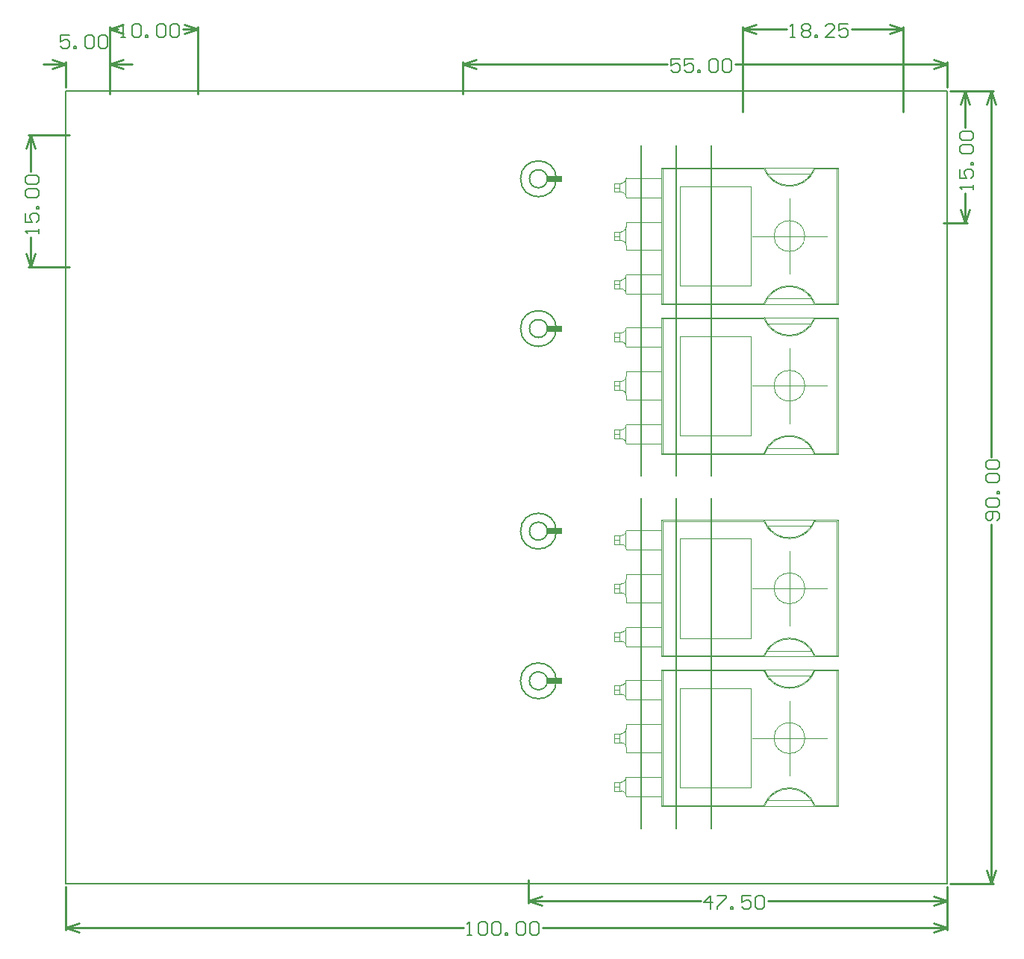
<source format=gm1>
G04 Layer_Color=16711935*
%FSLAX25Y25*%
%MOIN*%
G70*
G01*
G75*
%ADD17C,0.00787*%
%ADD35C,0.01000*%
%ADD37C,0.00600*%
%ADD58C,0.00010*%
%ADD59R,0.07126X0.03000*%
D17*
X256890Y-152559D02*
Y-4921D01*
X288386Y-152559D02*
Y-4921D01*
X272638Y-152559D02*
Y-4921D01*
Y4921D02*
Y152559D01*
X288386Y4921D02*
Y152559D01*
X256890Y4921D02*
Y152559D01*
X0Y177165D02*
X393701D01*
Y-177165D02*
Y177165D01*
X0Y-177165D02*
Y177165D01*
Y-177165D02*
X393701D01*
D35*
X395094Y177165D02*
X414386D01*
X395094Y-177165D02*
X414386D01*
X413386Y13496D02*
Y177165D01*
Y-177165D02*
Y-16696D01*
X411386Y171165D02*
X413386Y177165D01*
X415386Y171165D01*
X413386Y-177165D02*
X415386Y-171165D01*
X411386D02*
X413386Y-177165D01*
X0Y-197850D02*
Y-178559D01*
X393701Y-197850D02*
Y-178559D01*
X0Y-196850D02*
X177656D01*
X212845D02*
X393701D01*
X0D02*
X6000Y-198850D01*
X0Y-196850D02*
X6000Y-194850D01*
X387701D02*
X393701Y-196850D01*
X387701Y-198850D02*
X393701Y-196850D01*
X19685Y175613D02*
Y189976D01*
X0Y178559D02*
Y189976D01*
X-10000Y188976D02*
X0D01*
X19685D02*
X29685D01*
X-6000Y190976D02*
X0Y188976D01*
X-6000Y186976D02*
X0Y188976D01*
X19685D02*
X25685Y186976D01*
X19685Y188976D02*
X25685Y190976D01*
X374016Y167739D02*
Y205724D01*
X302165Y167739D02*
Y205724D01*
X351086Y204724D02*
X374016D01*
X302165D02*
X321895D01*
X368016Y206724D02*
X374016Y204724D01*
X368016Y202724D02*
X374016Y204724D01*
X302165D02*
X308165Y202724D01*
X302165Y204724D02*
X308165Y206724D01*
X177165Y175613D02*
Y189976D01*
X393701Y178559D02*
Y189976D01*
X177165Y188976D02*
X268737D01*
X298929D02*
X393701D01*
X177165D02*
X183165Y186976D01*
X177165Y188976D02*
X183165Y190976D01*
X387701D02*
X393701Y188976D01*
X387701Y186976D02*
X393701Y188976D01*
X59055Y175613D02*
Y205724D01*
X19685Y175613D02*
Y205724D01*
X52366Y204724D02*
X59055D01*
X19685D02*
X23174D01*
X53055Y206724D02*
X59055Y204724D01*
X53055Y202724D02*
X59055Y204724D01*
X19685D02*
X25685Y202724D01*
X19685Y204724D02*
X25685Y206724D01*
X-16748Y157480D02*
X1553D01*
X-16748Y98425D02*
X1553D01*
X-15748Y140949D02*
Y157480D01*
Y98425D02*
Y111757D01*
X-17748Y151480D02*
X-15748Y157480D01*
X-13748Y151480D01*
X-15748Y98425D02*
X-13748Y104425D01*
X-17748D02*
X-15748Y98425D01*
X393701Y-186039D02*
Y-178559D01*
X206693Y-186039D02*
Y-175613D01*
X313692Y-185039D02*
X393701D01*
X206693D02*
X283501D01*
X387701Y-183039D02*
X393701Y-185039D01*
X387701Y-187039D02*
X393701Y-185039D01*
X206693D02*
X212693Y-187039D01*
X206693Y-185039D02*
X212693Y-183039D01*
X395094Y177165D02*
X402575D01*
X392148Y118110D02*
X402575D01*
X401575Y160634D02*
Y177165D01*
Y118110D02*
Y131442D01*
X399575Y171165D02*
X401575Y177165D01*
X403575Y171165D01*
X401575Y118110D02*
X403575Y124110D01*
X399575D02*
X401575Y118110D01*
D37*
X215122Y-19685D02*
G03*
X215122Y-19685I-4000J0D01*
G01*
X219122D02*
G03*
X219122Y-19685I-8000J0D01*
G01*
Y-86614D02*
G03*
X219122Y-86614I-8000J0D01*
G01*
X215122D02*
G03*
X215122Y-86614I-4000J0D01*
G01*
Y137795D02*
G03*
X215122Y137795I-4000J0D01*
G01*
X219122D02*
G03*
X219122Y137795I-8000J0D01*
G01*
X219122Y70866D02*
G03*
X219122Y70866I-8000J0D01*
G01*
X215122D02*
G03*
X215122Y70866I-4000J0D01*
G01*
X415985Y-15096D02*
X416985Y-14096D01*
Y-12097D01*
X415985Y-11097D01*
X411986D01*
X410987Y-12097D01*
Y-14096D01*
X411986Y-15096D01*
X412986D01*
X413986Y-14096D01*
Y-11097D01*
X411986Y-9098D02*
X410987Y-8098D01*
Y-6099D01*
X411986Y-5099D01*
X415985D01*
X416985Y-6099D01*
Y-8098D01*
X415985Y-9098D01*
X411986D01*
X416985Y-3100D02*
X415985D01*
Y-2100D01*
X416985D01*
Y-3100D01*
X411986Y1899D02*
X410987Y2898D01*
Y4898D01*
X411986Y5898D01*
X415985D01*
X416985Y4898D01*
Y2898D01*
X415985Y1899D01*
X411986D01*
Y7897D02*
X410987Y8897D01*
Y10896D01*
X411986Y11896D01*
X415985D01*
X416985Y10896D01*
Y8897D01*
X415985Y7897D01*
X411986D01*
X179256Y-200449D02*
X181255D01*
X180255D01*
Y-194451D01*
X179256Y-195451D01*
X184254D02*
X185254Y-194451D01*
X187253D01*
X188253Y-195451D01*
Y-199450D01*
X187253Y-200449D01*
X185254D01*
X184254Y-199450D01*
Y-195451D01*
X190252D02*
X191252Y-194451D01*
X193251D01*
X194251Y-195451D01*
Y-199450D01*
X193251Y-200449D01*
X191252D01*
X190252Y-199450D01*
Y-195451D01*
X196250Y-200449D02*
Y-199450D01*
X197250D01*
Y-200449D01*
X196250D01*
X201249Y-195451D02*
X202248Y-194451D01*
X204247D01*
X205247Y-195451D01*
Y-199450D01*
X204247Y-200449D01*
X202248D01*
X201249Y-199450D01*
Y-195451D01*
X207246D02*
X208246Y-194451D01*
X210245D01*
X211245Y-195451D01*
Y-199450D01*
X210245Y-200449D01*
X208246D01*
X207246Y-199450D01*
Y-195451D01*
X1745Y202172D02*
X-2254D01*
Y199173D01*
X-255Y200173D01*
X745D01*
X1745Y199173D01*
Y197174D01*
X745Y196174D01*
X-1254D01*
X-2254Y197174D01*
X3744Y196174D02*
Y197174D01*
X4744D01*
Y196174D01*
X3744D01*
X8742Y201173D02*
X9742Y202172D01*
X11741D01*
X12741Y201173D01*
Y197174D01*
X11741Y196174D01*
X9742D01*
X8742Y197174D01*
Y201173D01*
X14740D02*
X15740Y202172D01*
X17739D01*
X18739Y201173D01*
Y197174D01*
X17739Y196174D01*
X15740D01*
X14740Y197174D01*
Y201173D01*
X323495Y201125D02*
X325494D01*
X324494D01*
Y207123D01*
X323495Y206124D01*
X328493D02*
X329493Y207123D01*
X331492D01*
X332492Y206124D01*
Y205124D01*
X331492Y204124D01*
X332492Y203125D01*
Y202125D01*
X331492Y201125D01*
X329493D01*
X328493Y202125D01*
Y203125D01*
X329493Y204124D01*
X328493Y205124D01*
Y206124D01*
X329493Y204124D02*
X331492D01*
X334491Y201125D02*
Y202125D01*
X335491D01*
Y201125D01*
X334491D01*
X343488D02*
X339490D01*
X343488Y205124D01*
Y206124D01*
X342489Y207123D01*
X340489D01*
X339490Y206124D01*
X349486Y207123D02*
X345488D01*
Y204124D01*
X347487Y205124D01*
X348487D01*
X349486Y204124D01*
Y202125D01*
X348487Y201125D01*
X346487D01*
X345488Y202125D01*
X274336Y191375D02*
X270337D01*
Y188376D01*
X272337Y189376D01*
X273337D01*
X274336Y188376D01*
Y186377D01*
X273337Y185377D01*
X271337D01*
X270337Y186377D01*
X280334Y191375D02*
X276336D01*
Y188376D01*
X278335Y189376D01*
X279334D01*
X280334Y188376D01*
Y186377D01*
X279334Y185377D01*
X277335D01*
X276336Y186377D01*
X282334Y185377D02*
Y186377D01*
X283333D01*
Y185377D01*
X282334D01*
X287332Y190376D02*
X288332Y191375D01*
X290331D01*
X291331Y190376D01*
Y186377D01*
X290331Y185377D01*
X288332D01*
X287332Y186377D01*
Y190376D01*
X293330D02*
X294330Y191375D01*
X296329D01*
X297329Y190376D01*
Y186377D01*
X296329Y185377D01*
X294330D01*
X293330Y186377D01*
Y190376D01*
X24774Y201125D02*
X26774D01*
X25774D01*
Y207123D01*
X24774Y206124D01*
X29773D02*
X30772Y207123D01*
X32772D01*
X33771Y206124D01*
Y202125D01*
X32772Y201125D01*
X30772D01*
X29773Y202125D01*
Y206124D01*
X35771Y201125D02*
Y202125D01*
X36770D01*
Y201125D01*
X35771D01*
X40769Y206124D02*
X41769Y207123D01*
X43768D01*
X44768Y206124D01*
Y202125D01*
X43768Y201125D01*
X41769D01*
X40769Y202125D01*
Y206124D01*
X46767D02*
X47767Y207123D01*
X49766D01*
X50766Y206124D01*
Y202125D01*
X49766Y201125D01*
X47767D01*
X46767Y202125D01*
Y206124D01*
X-12149Y113357D02*
Y115356D01*
Y114357D01*
X-18147D01*
X-17147Y113357D01*
X-18147Y122354D02*
Y118355D01*
X-15148D01*
X-16148Y120355D01*
Y121354D01*
X-15148Y122354D01*
X-13149D01*
X-12149Y121354D01*
Y119355D01*
X-13149Y118355D01*
X-12149Y124353D02*
X-13149D01*
Y125353D01*
X-12149D01*
Y124353D01*
X-17147Y129352D02*
X-18147Y130351D01*
Y132351D01*
X-17147Y133351D01*
X-13149D01*
X-12149Y132351D01*
Y130351D01*
X-13149Y129352D01*
X-17147D01*
Y135350D02*
X-18147Y136349D01*
Y138349D01*
X-17147Y139349D01*
X-13149D01*
X-12149Y138349D01*
Y136349D01*
X-13149Y135350D01*
X-17147D01*
X288100Y-188638D02*
Y-182640D01*
X285101Y-185639D01*
X289100D01*
X291099Y-182640D02*
X295098D01*
Y-183640D01*
X291099Y-187639D01*
Y-188638D01*
X297097D02*
Y-187639D01*
X298097D01*
Y-188638D01*
X297097D01*
X306094Y-182640D02*
X302096D01*
Y-185639D01*
X304095Y-184640D01*
X305095D01*
X306094Y-185639D01*
Y-187639D01*
X305095Y-188638D01*
X303095D01*
X302096Y-187639D01*
X308094Y-183640D02*
X309093Y-182640D01*
X311093D01*
X312092Y-183640D01*
Y-187639D01*
X311093Y-188638D01*
X309093D01*
X308094Y-187639D01*
Y-183640D01*
X405174Y133042D02*
Y135041D01*
Y134042D01*
X399176D01*
X400176Y133042D01*
X399176Y142039D02*
Y138040D01*
X402175D01*
X401175Y140040D01*
Y141039D01*
X402175Y142039D01*
X404174D01*
X405174Y141039D01*
Y139040D01*
X404174Y138040D01*
X405174Y144038D02*
X404174D01*
Y145038D01*
X405174D01*
Y144038D01*
X400176Y149037D02*
X399176Y150037D01*
Y152036D01*
X400176Y153035D01*
X404174D01*
X405174Y152036D01*
Y150037D01*
X404174Y149037D01*
X400176D01*
Y155035D02*
X399176Y156035D01*
Y158034D01*
X400176Y159034D01*
X404174D01*
X405174Y158034D01*
Y156035D01*
X404174Y155035D01*
X400176D01*
D58*
X330118Y45276D02*
G03*
X330118Y45276I-6890J0D01*
G01*
X312093Y75787D02*
G03*
X313416Y73150I11135J3937D01*
G01*
D02*
G03*
X333041Y73150I9812J6574D01*
G01*
D02*
G03*
X334364Y75787I-9812J6574D01*
G01*
Y14764D02*
G03*
X333041Y17401I-11135J-3937D01*
G01*
D02*
G03*
X313416Y17401I-9812J-6574D01*
G01*
D02*
G03*
X312093Y14764I9812J-6574D01*
G01*
X250394Y19291D02*
G03*
X250000Y20597I-2362J0D01*
G01*
Y26647D02*
G03*
X250394Y27953I-1969J1306D01*
G01*
X248031Y25591D02*
G03*
X250000Y26647I0J2362D01*
G01*
Y20597D02*
G03*
X248031Y21654I-1969J-1306D01*
G01*
X250394Y40945D02*
G03*
X250000Y42251I-2362J0D01*
G01*
Y48300D02*
G03*
X250394Y49606I-1969J1306D01*
G01*
X248031Y47244D02*
G03*
X250000Y48300I0J2362D01*
G01*
Y42251D02*
G03*
X248031Y43307I-1969J-1306D01*
G01*
X250394Y62598D02*
G03*
X250000Y63904I-2362J0D01*
G01*
Y69954D02*
G03*
X250394Y71260I-1969J1306D01*
G01*
X248031Y68898D02*
G03*
X250000Y69954I0J2362D01*
G01*
Y63904D02*
G03*
X248031Y64961I-1969J-1306D01*
G01*
X334652Y15176D02*
G03*
X311805Y15176I-11423J-4349D01*
G01*
Y75375D02*
G03*
X334652Y75375I11423J4349D01*
G01*
X330118Y-112205D02*
G03*
X330118Y-112205I-6890J0D01*
G01*
X312093Y-81693D02*
G03*
X313416Y-84330I11135J3937D01*
G01*
D02*
G03*
X333041Y-84330I9812J6574D01*
G01*
D02*
G03*
X334364Y-81693I-9812J6574D01*
G01*
Y-142717D02*
G03*
X333041Y-140079I-11135J-3937D01*
G01*
D02*
G03*
X313416Y-140079I-9812J-6574D01*
G01*
D02*
G03*
X312093Y-142717I9812J-6574D01*
G01*
X250394Y-138189D02*
G03*
X250000Y-136883I-2362J0D01*
G01*
Y-130833D02*
G03*
X250394Y-129527I-1969J1306D01*
G01*
X248031Y-131890D02*
G03*
X250000Y-130833I0J2362D01*
G01*
Y-136883D02*
G03*
X248031Y-135827I-1969J-1306D01*
G01*
X250394Y-116535D02*
G03*
X250000Y-115230I-2362J0D01*
G01*
Y-109180D02*
G03*
X250394Y-107874I-1969J1306D01*
G01*
X248031Y-110236D02*
G03*
X250000Y-109180I0J2362D01*
G01*
Y-115230D02*
G03*
X248031Y-114173I-1969J-1306D01*
G01*
X250394Y-94882D02*
G03*
X250000Y-93576I-2362J0D01*
G01*
Y-87526D02*
G03*
X250394Y-86221I-1969J1306D01*
G01*
X248031Y-88583D02*
G03*
X250000Y-87526I0J2362D01*
G01*
Y-93576D02*
G03*
X248031Y-92520I-1969J-1306D01*
G01*
X334652Y-142304D02*
G03*
X311805Y-142304I-11423J-4349D01*
G01*
Y-82105D02*
G03*
X334652Y-82105I11423J4349D01*
G01*
X330118Y-45276D02*
G03*
X330118Y-45276I-6890J0D01*
G01*
X312093Y-14764D02*
G03*
X313416Y-17401I11135J3937D01*
G01*
D02*
G03*
X333041Y-17401I9812J6574D01*
G01*
D02*
G03*
X334364Y-14764I-9812J6574D01*
G01*
Y-75787D02*
G03*
X333041Y-73150I-11135J-3937D01*
G01*
D02*
G03*
X313416Y-73150I-9812J-6574D01*
G01*
D02*
G03*
X312093Y-75787I9812J-6574D01*
G01*
X250394Y-71260D02*
G03*
X250000Y-69954I-2362J0D01*
G01*
Y-63904D02*
G03*
X250394Y-62598I-1969J1306D01*
G01*
X248031Y-64961D02*
G03*
X250000Y-63904I0J2362D01*
G01*
Y-69954D02*
G03*
X248031Y-68898I-1969J-1306D01*
G01*
X250394Y-49606D02*
G03*
X250000Y-48300I-2362J0D01*
G01*
Y-42251D02*
G03*
X250394Y-40945I-1969J1306D01*
G01*
X248031Y-43307D02*
G03*
X250000Y-42251I0J2362D01*
G01*
Y-48300D02*
G03*
X248031Y-47244I-1969J-1306D01*
G01*
X250394Y-27953D02*
G03*
X250000Y-26647I-2362J0D01*
G01*
Y-20597D02*
G03*
X250394Y-19291I-1969J1306D01*
G01*
X248031Y-21654D02*
G03*
X250000Y-20597I0J2362D01*
G01*
Y-26647D02*
G03*
X248031Y-25591I-1969J-1306D01*
G01*
X334652Y-75375D02*
G03*
X311805Y-75375I-11423J-4349D01*
G01*
Y-15176D02*
G03*
X334652Y-15176I11423J4349D01*
G01*
X330118Y112205D02*
G03*
X330118Y112205I-6890J0D01*
G01*
X312093Y142717D02*
G03*
X313416Y140079I11135J3937D01*
G01*
D02*
G03*
X333041Y140079I9812J6574D01*
G01*
D02*
G03*
X334364Y142717I-9812J6574D01*
G01*
Y81693D02*
G03*
X333041Y84330I-11135J-3937D01*
G01*
D02*
G03*
X313416Y84330I-9812J-6574D01*
G01*
D02*
G03*
X312093Y81693I9812J-6574D01*
G01*
X250394Y86221D02*
G03*
X250000Y87526I-2362J0D01*
G01*
Y93576D02*
G03*
X250394Y94882I-1969J1306D01*
G01*
X248031Y92520D02*
G03*
X250000Y93576I0J2362D01*
G01*
Y87526D02*
G03*
X248031Y88583I-1969J-1306D01*
G01*
X250394Y107874D02*
G03*
X250000Y109180I-2362J0D01*
G01*
Y115230D02*
G03*
X250394Y116535I-1969J1306D01*
G01*
X248031Y114173D02*
G03*
X250000Y115230I0J2362D01*
G01*
Y109180D02*
G03*
X248031Y110236I-1969J-1306D01*
G01*
X250394Y129528D02*
G03*
X250000Y130833I-2362J0D01*
G01*
Y136883D02*
G03*
X250394Y138189I-1969J1306D01*
G01*
X248031Y135827D02*
G03*
X250000Y136883I0J2362D01*
G01*
Y130833D02*
G03*
X248031Y131890I-1969J-1306D01*
G01*
X334652Y82105D02*
G03*
X311805Y82105I-11423J-4349D01*
G01*
Y142304D02*
G03*
X334652Y142304I11423J4349D01*
G01*
X323228Y45276D02*
X333071D01*
X323228D02*
Y55118D01*
X313386Y45276D02*
X323228D01*
Y35433D02*
Y45276D01*
X266142Y75787D02*
X312093D01*
X266142Y14764D02*
X312093D01*
X334364D02*
X344882D01*
X334364Y75787D02*
X344882D01*
Y14764D02*
Y75787D01*
X266142Y71260D02*
Y75787D01*
Y51575D02*
Y62598D01*
Y27953D02*
Y38976D01*
Y14764D02*
Y19291D01*
X312093Y75787D02*
X334364D01*
X312093Y14764D02*
X334364D01*
X266142Y62598D02*
Y71260D01*
X250394D02*
X266142D01*
X250394Y62598D02*
X266142D01*
Y38976D02*
Y51575D01*
X250394D02*
X266142D01*
X250394Y38976D02*
X266142D01*
Y19291D02*
Y27953D01*
X250394Y19291D02*
X266142D01*
X250394Y27953D02*
X266142D01*
X323228Y28543D02*
Y35433D01*
X306496Y45276D02*
X313386D01*
X323228Y55118D02*
Y62008D01*
X333071Y45276D02*
X339961D01*
X250000Y20597D02*
Y26647D01*
Y42251D02*
Y48300D01*
Y63904D02*
Y69954D01*
X247244Y21654D02*
X248031D01*
X247244Y25591D02*
X248031D01*
X244882Y21654D02*
Y23622D01*
X247244Y21654D02*
Y23622D01*
X244882Y21654D02*
X247244D01*
X244882Y23622D02*
Y25591D01*
X247244Y23622D02*
Y25591D01*
X244882D02*
X247244D01*
X244882Y23622D02*
X247244D01*
X250394Y49606D02*
Y51575D01*
Y38976D02*
Y40945D01*
X247244Y43307D02*
X248031D01*
X247244Y47244D02*
X248031D01*
X244882D02*
X247244D01*
X244882Y45276D02*
Y47244D01*
X247244Y45276D02*
Y47244D01*
X244882Y43307D02*
Y45276D01*
Y43307D02*
X247244D01*
Y45276D01*
X244882D02*
X247244D01*
Y64961D02*
X248031D01*
X247244Y68898D02*
X248031D01*
X247244Y66929D02*
Y68898D01*
X244882D02*
X247244D01*
X244882Y66929D02*
Y68898D01*
Y64961D02*
Y66929D01*
Y64961D02*
X247244D01*
Y66929D01*
X244882D02*
X247244D01*
X313416Y17401D02*
X333041D01*
X313416Y73150D02*
X333041D01*
X274428Y67501D02*
X305924D01*
Y23050D02*
Y67501D01*
X274428Y23050D02*
Y67501D01*
Y23050D02*
X305924D01*
X344469Y15176D02*
Y75375D01*
X266554Y15176D02*
Y75375D01*
X334652D02*
X344469D01*
X344882Y75787D01*
X344469Y15176D02*
X344882Y14764D01*
X334652Y15176D02*
X344469D01*
X334364Y14764D02*
X334652Y15176D01*
X311805D02*
X312093Y14764D01*
X266554Y15176D02*
X311805D01*
X266142Y14764D02*
X266554Y15176D01*
X266142Y75787D02*
X266554Y75375D01*
X311805D01*
X312093Y75787D01*
X334364D02*
X334652Y75375D01*
X323228Y-112205D02*
X333071D01*
X323228D02*
Y-102362D01*
X313386Y-112205D02*
X323228D01*
Y-122047D02*
Y-112205D01*
X266142Y-81693D02*
X312093D01*
X266142Y-142717D02*
X312093D01*
X334364D02*
X344882D01*
X334364Y-81693D02*
X344882D01*
Y-142717D02*
Y-81693D01*
X266142Y-86221D02*
Y-81693D01*
Y-105905D02*
Y-94882D01*
Y-129527D02*
Y-118504D01*
Y-142717D02*
Y-138189D01*
X312093Y-81693D02*
X334364D01*
X312093Y-142717D02*
X334364D01*
X266142Y-94882D02*
Y-86221D01*
X250394D02*
X266142D01*
X250394Y-94882D02*
X266142D01*
Y-118504D02*
Y-105905D01*
X250394D02*
X266142D01*
X250394Y-118504D02*
X266142D01*
Y-138189D02*
Y-129527D01*
X250394Y-138189D02*
X266142D01*
X250394Y-129527D02*
X266142D01*
X323228Y-128937D02*
Y-122047D01*
X306496Y-112205D02*
X313386D01*
X323228Y-102362D02*
Y-95472D01*
X333071Y-112205D02*
X339961D01*
X250000Y-136883D02*
Y-130833D01*
Y-115230D02*
Y-109180D01*
Y-93576D02*
Y-87526D01*
X247244Y-135827D02*
X248031D01*
X247244Y-131890D02*
X248031D01*
X244882Y-135827D02*
Y-133858D01*
X247244Y-135827D02*
Y-133858D01*
X244882Y-135827D02*
X247244D01*
X244882Y-133858D02*
Y-131890D01*
X247244Y-133858D02*
Y-131890D01*
X244882D02*
X247244D01*
X244882Y-133858D02*
X247244D01*
X250394Y-107874D02*
Y-105905D01*
Y-118504D02*
Y-116535D01*
X247244Y-114173D02*
X248031D01*
X247244Y-110236D02*
X248031D01*
X244882D02*
X247244D01*
X244882Y-112205D02*
Y-110236D01*
X247244Y-112205D02*
Y-110236D01*
X244882Y-114173D02*
Y-112205D01*
Y-114173D02*
X247244D01*
Y-112205D01*
X244882D02*
X247244D01*
Y-92520D02*
X248031D01*
X247244Y-88583D02*
X248031D01*
X247244Y-90551D02*
Y-88583D01*
X244882D02*
X247244D01*
X244882Y-90551D02*
Y-88583D01*
Y-92520D02*
Y-90551D01*
Y-92520D02*
X247244D01*
Y-90551D01*
X244882D02*
X247244D01*
X313416Y-140079D02*
X333041D01*
X313416Y-84330D02*
X333041D01*
X274428Y-89979D02*
X305924D01*
Y-134430D02*
Y-89979D01*
X274428Y-134430D02*
Y-89979D01*
Y-134430D02*
X305924D01*
X344469Y-142304D02*
Y-82105D01*
X266554Y-142304D02*
Y-82105D01*
X334652D02*
X344469D01*
X344882Y-81693D01*
X344469Y-142304D02*
X344882Y-142717D01*
X334652Y-142304D02*
X344469D01*
X334364Y-142717D02*
X334652Y-142304D01*
X311805D02*
X312093Y-142717D01*
X266554Y-142304D02*
X311805D01*
X266142Y-142717D02*
X266554Y-142304D01*
X266142Y-81693D02*
X266554Y-82105D01*
X311805D01*
X312093Y-81693D01*
X334364D02*
X334652Y-82105D01*
X323228Y-45276D02*
X333071D01*
X323228D02*
Y-35433D01*
X313386Y-45276D02*
X323228D01*
Y-55118D02*
Y-45276D01*
X266142Y-14764D02*
X312093D01*
X266142Y-75787D02*
X312093D01*
X334364D02*
X344882D01*
X334364Y-14764D02*
X344882D01*
Y-75787D02*
Y-14764D01*
X266142Y-19291D02*
Y-14764D01*
Y-38976D02*
Y-27953D01*
Y-62598D02*
Y-51575D01*
Y-75787D02*
Y-71260D01*
X312093Y-14764D02*
X334364D01*
X312093Y-75787D02*
X334364D01*
X266142Y-27953D02*
Y-19291D01*
X250394D02*
X266142D01*
X250394Y-27953D02*
X266142D01*
Y-51575D02*
Y-38976D01*
X250394D02*
X266142D01*
X250394Y-51575D02*
X266142D01*
Y-71260D02*
Y-62598D01*
X250394Y-71260D02*
X266142D01*
X250394Y-62598D02*
X266142D01*
X323228Y-62008D02*
Y-55118D01*
X306496Y-45276D02*
X313386D01*
X323228Y-35433D02*
Y-28543D01*
X333071Y-45276D02*
X339961D01*
X250000Y-69954D02*
Y-63904D01*
Y-48300D02*
Y-42251D01*
Y-26647D02*
Y-20597D01*
X247244Y-68898D02*
X248031D01*
X247244Y-64961D02*
X248031D01*
X244882Y-68898D02*
Y-66929D01*
X247244Y-68898D02*
Y-66929D01*
X244882Y-68898D02*
X247244D01*
X244882Y-66929D02*
Y-64961D01*
X247244Y-66929D02*
Y-64961D01*
X244882D02*
X247244D01*
X244882Y-66929D02*
X247244D01*
X250394Y-40945D02*
Y-38976D01*
Y-51575D02*
Y-49606D01*
X247244Y-47244D02*
X248031D01*
X247244Y-43307D02*
X248031D01*
X244882D02*
X247244D01*
X244882Y-45276D02*
Y-43307D01*
X247244Y-45276D02*
Y-43307D01*
X244882Y-47244D02*
Y-45276D01*
Y-47244D02*
X247244D01*
Y-45276D01*
X244882D02*
X247244D01*
Y-25591D02*
X248031D01*
X247244Y-21654D02*
X248031D01*
X247244Y-23622D02*
Y-21654D01*
X244882D02*
X247244D01*
X244882Y-23622D02*
Y-21654D01*
Y-25591D02*
Y-23622D01*
Y-25591D02*
X247244D01*
Y-23622D01*
X244882D02*
X247244D01*
X313416Y-73150D02*
X333041D01*
X313416Y-17401D02*
X333041D01*
X274428Y-23050D02*
X305924D01*
Y-67501D02*
Y-23050D01*
X274428Y-67501D02*
Y-23050D01*
Y-67501D02*
X305924D01*
X344469Y-75375D02*
Y-15176D01*
X266554Y-75375D02*
Y-15176D01*
X334652D02*
X344469D01*
X344882Y-14764D01*
X344469Y-75375D02*
X344882Y-75787D01*
X334652Y-75375D02*
X344469D01*
X334364Y-75787D02*
X334652Y-75375D01*
X311805D02*
X312093Y-75787D01*
X266554Y-75375D02*
X311805D01*
X266142Y-75787D02*
X266554Y-75375D01*
X266142Y-14764D02*
X266554Y-15176D01*
X311805D01*
X312093Y-14764D01*
X334364D02*
X334652Y-15176D01*
X323228Y112205D02*
X333071D01*
X323228D02*
Y122047D01*
X313386Y112205D02*
X323228D01*
Y102362D02*
Y112205D01*
X266142Y142717D02*
X312093D01*
X266142Y81693D02*
X312093D01*
X334364D02*
X344882D01*
X334364Y142717D02*
X344882D01*
Y81693D02*
Y142717D01*
X266142Y138189D02*
Y142717D01*
Y118504D02*
Y129528D01*
Y94882D02*
Y105905D01*
Y81693D02*
Y86221D01*
X312093Y142717D02*
X334364D01*
X312093Y81693D02*
X334364D01*
X266142Y129528D02*
Y138189D01*
X250394D02*
X266142D01*
X250394Y129528D02*
X266142D01*
Y105905D02*
Y118504D01*
X250394D02*
X266142D01*
X250394Y105905D02*
X266142D01*
Y86221D02*
Y94882D01*
X250394Y86221D02*
X266142D01*
X250394Y94882D02*
X266142D01*
X323228Y95472D02*
Y102362D01*
X306496Y112205D02*
X313386D01*
X323228Y122047D02*
Y128937D01*
X333071Y112205D02*
X339961D01*
X250000Y87526D02*
Y93576D01*
Y109180D02*
Y115230D01*
Y130833D02*
Y136883D01*
X247244Y88583D02*
X248031D01*
X247244Y92520D02*
X248031D01*
X244882Y88583D02*
Y90551D01*
X247244Y88583D02*
Y90551D01*
X244882Y88583D02*
X247244D01*
X244882Y90551D02*
Y92520D01*
X247244Y90551D02*
Y92520D01*
X244882D02*
X247244D01*
X244882Y90551D02*
X247244D01*
X250394Y116535D02*
Y118504D01*
Y105905D02*
Y107874D01*
X247244Y110236D02*
X248031D01*
X247244Y114173D02*
X248031D01*
X244882D02*
X247244D01*
X244882Y112205D02*
Y114173D01*
X247244Y112205D02*
Y114173D01*
X244882Y110236D02*
Y112205D01*
Y110236D02*
X247244D01*
Y112205D01*
X244882D02*
X247244D01*
Y131890D02*
X248031D01*
X247244Y135827D02*
X248031D01*
X247244Y133858D02*
Y135827D01*
X244882D02*
X247244D01*
X244882Y133858D02*
Y135827D01*
Y131890D02*
Y133858D01*
Y131890D02*
X247244D01*
Y133858D01*
X244882D02*
X247244D01*
X313416Y84330D02*
X333041D01*
X313416Y140079D02*
X333041D01*
X274428Y134430D02*
X305924D01*
Y89979D02*
Y134430D01*
X274428Y89979D02*
Y134430D01*
Y89979D02*
X305924D01*
X344469Y82105D02*
Y142304D01*
X266554Y82105D02*
Y142304D01*
X334652D02*
X344469D01*
X344882Y142717D01*
X344469Y82105D02*
X344882Y81693D01*
X334652Y82105D02*
X344469D01*
X334364Y81693D02*
X334652Y82105D01*
X311805D02*
X312093Y81693D01*
X266554Y82105D02*
X311805D01*
X266142Y81693D02*
X266554Y82105D01*
X266142Y142717D02*
X266554Y142304D01*
X311805D01*
X312093Y142717D01*
X334364D02*
X334652Y142304D01*
D59*
X218386Y-19685D02*
D03*
Y-86614D02*
D03*
Y137795D02*
D03*
Y70866D02*
D03*
M02*

</source>
